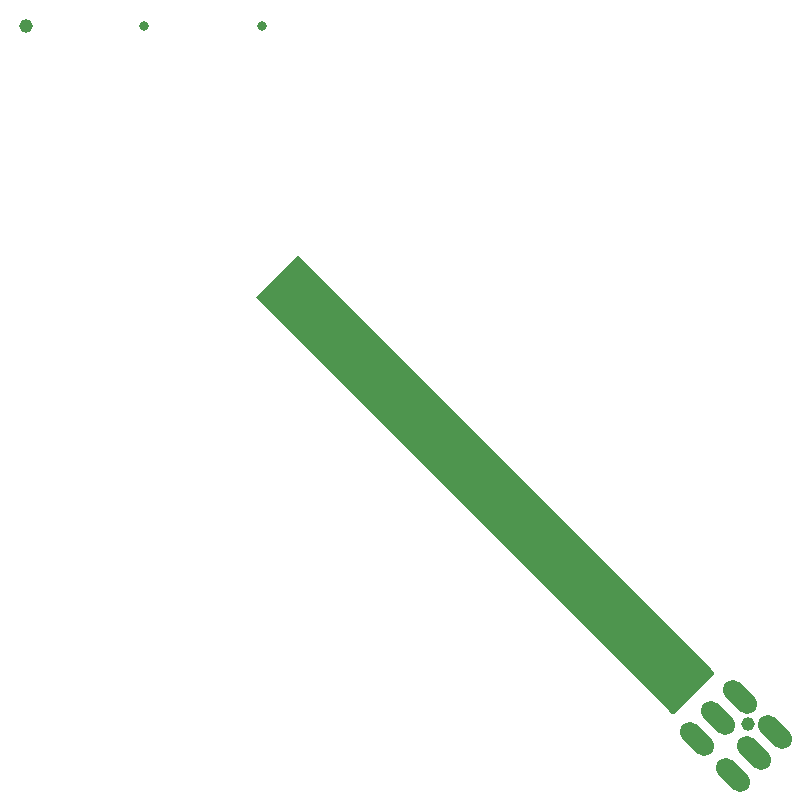
<source format=gts>
G04 #@! TF.GenerationSoftware,KiCad,Pcbnew,8.0.5-1.fc40*
G04 #@! TF.CreationDate,2024-11-21T05:14:10-08:00*
G04 #@! TF.ProjectId,2024-rfid-sao,32303234-2d72-4666-9964-2d73616f2e6b,rev?*
G04 #@! TF.SameCoordinates,Original*
G04 #@! TF.FileFunction,Soldermask,Top*
G04 #@! TF.FilePolarity,Negative*
%FSLAX46Y46*%
G04 Gerber Fmt 4.6, Leading zero omitted, Abs format (unit mm)*
G04 Created by KiCad (PCBNEW 8.0.5-1.fc40) date 2024-11-21 05:14:10*
%MOMM*%
%LPD*%
G01*
G04 APERTURE LIST*
G04 Aperture macros list*
%AMHorizOval*
0 Thick line with rounded ends*
0 $1 width*
0 $2 $3 position (X,Y) of the first rounded end (center of the circle)*
0 $4 $5 position (X,Y) of the second rounded end (center of the circle)*
0 Add line between two ends*
20,1,$1,$2,$3,$4,$5,0*
0 Add two circle primitives to create the rounded ends*
1,1,$1,$2,$3*
1,1,$1,$4,$5*%
G04 Aperture macros list end*
%ADD10C,1.152000*%
%ADD11C,0.800000*%
%ADD12HorizOval,1.700000X0.601041X-0.601041X-0.601041X0.601041X0*%
G04 APERTURE END LIST*
D10*
G04 #@! TO.C,REF\u002A\u002A*
X134750000Y-170000000D03*
G04 #@! TD*
D11*
G04 #@! TO.C,L1*
X83660272Y-110910272D03*
X93660272Y-110910272D03*
G04 #@! TD*
D10*
G04 #@! TO.C,REF\u002A\u002A*
X73660272Y-110910272D03*
G04 #@! TD*
D12*
G04 #@! TO.C,X1*
X130469231Y-171311334D03*
X133467364Y-174309467D03*
X132265282Y-169515282D03*
X135263416Y-172513416D03*
X134061334Y-167719231D03*
X137059467Y-170717364D03*
G04 #@! TD*
G36*
X96684576Y-130414888D02*
G01*
X96728923Y-130443389D01*
X131908901Y-165623367D01*
X131942386Y-165684690D01*
X131937402Y-165754382D01*
X131908901Y-165798729D01*
X128548730Y-169158899D01*
X128487407Y-169192384D01*
X128417715Y-169187400D01*
X128373367Y-169158899D01*
X93193642Y-133978669D01*
X93160158Y-133917345D01*
X93165143Y-133847654D01*
X93193643Y-133803307D01*
X96553561Y-130443389D01*
X96614884Y-130409904D01*
X96684576Y-130414888D01*
G37*
M02*

</source>
